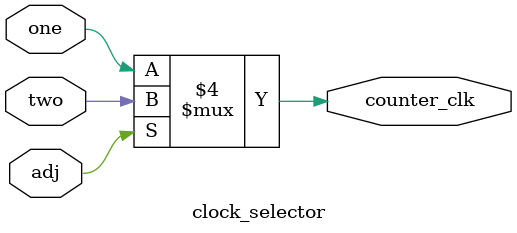
<source format=v>
module clock_selector(
    input wire one,
    input wire two,
    input adj,
    output reg counter_clk
    );

    always @* begin
        if (adj == 1'b0) begin
            counter_clk = one;
        end
        else begin
            counter_clk = two;
        end
    end

endmodule

</source>
